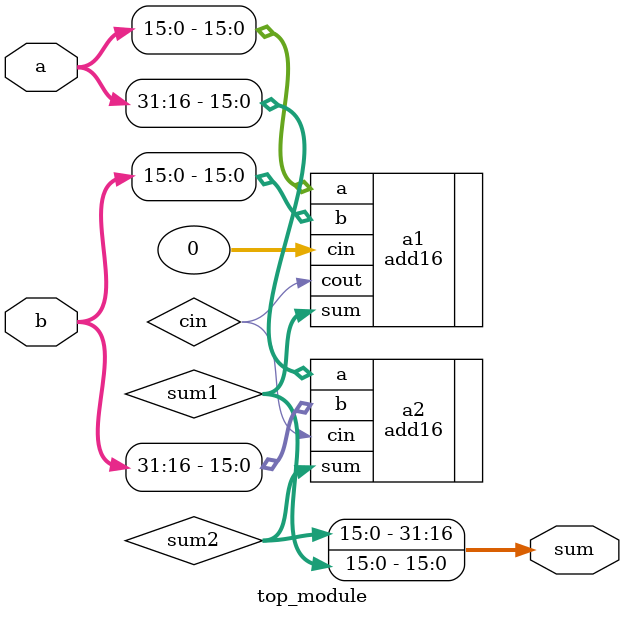
<source format=v>
module top_module(
    input [31:0] a,
    input [31:0] b,
    output [31:0] sum
);
    wire cin;
    wire [15:0] sum1, sum2;
    add16 a1(
        .a(a[15:0]),
        .b(b[15:0]),
        .cin(0),
        .sum(sum1),
        .cout(cin)
    );
    add16 a2(
        .a(a[31:16]),
        .b(b[31:16]),
        .sum(sum2),
        .cin(cin)             
    );
    assign sum = {sum2, sum1};
endmodule

</source>
